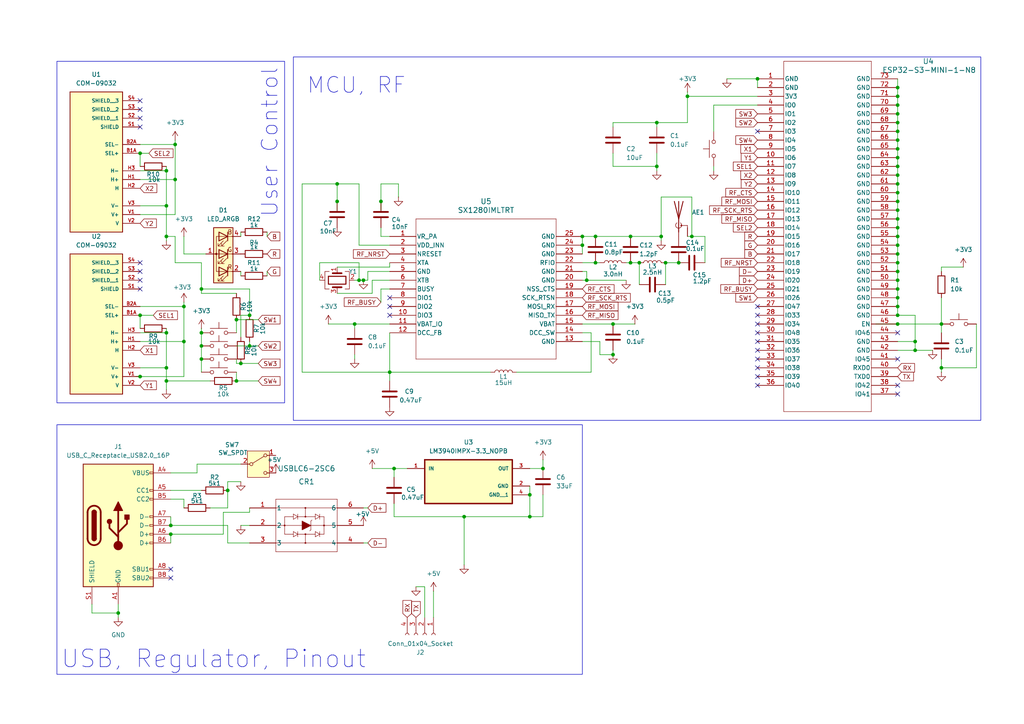
<source format=kicad_sch>
(kicad_sch (version 20231120) (generator "eeschema") (generator_version "8.0")
  (paper "A4")
  (title_block (title "Flyte Controller") (rev "v01") (company "Aryan Zafer"))
  (junction (at 260.35 93.98))
  (junction (at 97.79 53.34))
  (junction (at 260.35 25.4))
  (junction (at 58.42 104.14))
  (junction (at 72.39 91.44))
  (junction (at 172.72 76.2))
  (junction (at 48.26 96.52))
  (junction (at 97.79 58.42))
  (junction (at 170.18 81.28))
  (junction (at 260.35 30.48))
  (junction (at 157.48 135.89))
  (junction (at 48.26 59.69))
  (junction (at 193.04 76.2))
  (junction (at 190.5 35.56))
  (junction (at 104.14 81.28))
  (junction (at 66.04 142.24))
  (junction (at 68.58 92.71))
  (junction (at 260.35 83.82))
  (junction (at 58.42 83.82))
  (junction (at 260.35 68.58))
  (junction (at 273.05 93.98))
  (junction (at 102.87 93.98))
  (junction (at 114.3 135.89))
  (junction (at 190.5 48.26))
  (junction (at 260.35 27.94))
  (junction (at 260.35 78.74))
  (junction (at 260.35 73.66))
  (junction (at 260.35 55.88))
  (junction (at 48.26 110.49))
  (junction (at 260.35 71.12))
  (junction (at 50.8 52.07))
  (junction (at 260.35 53.34))
  (junction (at 260.35 76.2))
  (junction (at 265.43 99.06))
  (junction (at 168.91 71.12))
  (junction (at 260.35 91.44))
  (junction (at 49.53 154.94))
  (junction (at 50.8 41.91))
  (junction (at 260.35 35.56))
  (junction (at 182.88 76.2))
  (junction (at 260.35 45.72))
  (junction (at 48.26 49.53))
  (junction (at 153.67 143.51))
  (junction (at 260.35 88.9))
  (junction (at 260.35 48.26))
  (junction (at 68.58 110.49))
  (junction (at 177.8 93.98))
  (junction (at 182.88 68.58))
  (junction (at 199.39 27.94))
  (junction (at 40.64 109.22))
  (junction (at 172.72 68.58))
  (junction (at 185.42 76.2))
  (junction (at 134.62 149.86))
  (junction (at 260.35 58.42))
  (junction (at 260.35 38.1))
  (junction (at 273.05 106.68))
  (junction (at 196.85 76.2))
  (junction (at 177.8 102.87))
  (junction (at 69.85 105.41))
  (junction (at 105.41 81.28))
  (junction (at 260.35 81.28))
  (junction (at 113.03 107.95))
  (junction (at 260.35 40.64))
  (junction (at 260.35 63.5))
  (junction (at 58.42 100.33))
  (junction (at 219.71 22.86))
  (junction (at 191.77 68.58))
  (junction (at 48.26 106.68))
  (junction (at 110.49 58.42))
  (junction (at 168.91 68.58))
  (junction (at 48.26 68.58))
  (junction (at 53.34 99.06))
  (junction (at 72.39 100.33))
  (junction (at 260.35 33.02))
  (junction (at 265.43 101.6))
  (junction (at 260.35 86.36))
  (junction (at 260.35 66.04))
  (junction (at 40.64 44.45))
  (junction (at 260.35 43.18))
  (junction (at 49.53 152.4))
  (junction (at 260.35 60.96))
  (junction (at 153.67 149.86))
  (junction (at 34.29 177.8))
  (junction (at 40.64 91.44))
  (junction (at 58.42 96.52))
  (junction (at 260.35 50.8))
  (junction (at 200.66 68.58))
  (junction (at 53.34 88.9))
  (no_connect (at 40.64 76.2))
  (no_connect (at 219.71 111.76))
  (no_connect (at 219.71 88.9))
  (no_connect (at 113.03 86.36))
  (no_connect (at 40.64 81.28))
  (no_connect (at 260.35 114.3))
  (no_connect (at 40.64 31.75))
  (no_connect (at 40.64 83.82))
  (no_connect (at 219.71 104.14))
  (no_connect (at 219.71 93.98))
  (no_connect (at 219.71 99.06))
  (no_connect (at 40.64 78.74))
  (no_connect (at 219.71 96.52))
  (no_connect (at 260.35 111.76))
  (no_connect (at 40.64 34.29))
  (no_connect (at 219.71 106.68))
  (no_connect (at 40.64 29.21))
  (no_connect (at 113.03 88.9))
  (no_connect (at 40.64 36.83))
  (no_connect (at 49.53 167.64))
  (no_connect (at 219.71 109.22))
  (no_connect (at 49.53 165.1))
  (no_connect (at 260.35 96.52))
  (no_connect (at 260.35 104.14))
  (no_connect (at 113.03 91.44))
  (no_connect (at 219.71 101.6))
  (no_connect (at 219.71 38.1))
  (no_connect (at 219.71 91.44))
  (wire (pts (xy 102.87 95.25) (xy 102.87 93.98)))
  (wire (pts (xy 120.65 170.18) (xy 123.19 170.18)))
  (wire (pts (xy 53.34 73.66) (xy 59.69 73.66)))
  (wire (pts (xy 153.67 135.89) (xy 157.48 135.89)))
  (wire (pts (xy 157.48 133.35) (xy 157.48 135.89)))
  (wire (pts (xy 168.91 71.12) (xy 168.91 73.66)))
  (wire (pts (xy 50.8 41.91) (xy 40.64 41.91)))
  (wire (pts (xy 193.04 76.2) (xy 196.85 76.2)))
  (wire (pts (xy 177.8 48.26) (xy 190.5 48.26)))
  (wire (pts (xy 57.15 134.62) (xy 57.15 137.16)))
  (wire (pts (xy 44.45 91.44) (xy 40.64 91.44)))
  (wire (pts (xy 58.42 76.2) (xy 50.8 76.2)))
  (wire (pts (xy 173.99 102.87) (xy 177.8 102.87)))
  (wire (pts (xy 110.49 53.34) (xy 115.57 53.34)))
  (wire (pts (xy 260.35 48.26) (xy 260.35 50.8)))
  (wire (pts (xy 74.93 100.33) (xy 72.39 100.33)))
  (wire (pts (xy 123.19 170.18) (xy 123.19 179.07)))
  (wire (pts (xy 107.95 81.28) (xy 107.95 85.09)))
  (wire (pts (xy 50.8 76.2) (xy 50.8 68.58)))
  (wire (pts (xy 191.77 57.15) (xy 200.66 57.15)))
  (wire (pts (xy 64.77 154.94) (xy 64.77 148.59)))
  (wire (pts (xy 173.99 99.06) (xy 173.99 102.87)))
  (wire (pts (xy 260.35 33.02) (xy 260.35 35.56)))
  (wire (pts (xy 68.58 85.09) (xy 58.42 85.09)))
  (wire (pts (xy 106.68 78.74) (xy 113.03 78.74)))
  (wire (pts (xy 69.85 152.4) (xy 72.39 152.4)))
  (wire (pts (xy 168.91 76.2) (xy 172.72 76.2)))
  (wire (pts (xy 57.15 137.16) (xy 49.53 137.16)))
  (wire (pts (xy 283.21 106.68) (xy 273.05 106.68)))
  (wire (pts (xy 40.64 62.23) (xy 50.8 62.23)))
  (wire (pts (xy 107.95 81.28) (xy 113.03 81.28)))
  (wire (pts (xy 260.35 83.82) (xy 260.35 86.36)))
  (wire (pts (xy 199.39 27.94) (xy 219.71 27.94)))
  (wire (pts (xy 53.34 87.63) (xy 53.34 88.9)))
  (wire (pts (xy 219.71 22.86) (xy 219.71 25.4)))
  (wire (pts (xy 113.03 107.95) (xy 113.03 110.49)))
  (wire (pts (xy 260.35 86.36) (xy 260.35 88.9)))
  (wire (pts (xy 53.34 88.9) (xy 53.34 99.06)))
  (wire (pts (xy 72.39 100.33) (xy 68.58 100.33)))
  (wire (pts (xy 110.49 66.04) (xy 110.49 68.58)))
  (wire (pts (xy 273.05 86.36) (xy 273.05 93.98)))
  (wire (pts (xy 49.53 142.24) (xy 58.42 142.24)))
  (wire (pts (xy 260.35 99.06) (xy 265.43 99.06)))
  (wire (pts (xy 260.35 50.8) (xy 260.35 53.34)))
  (wire (pts (xy 110.49 83.82) (xy 110.49 87.63)))
  (wire (pts (xy 69.85 105.41) (xy 68.58 105.41)))
  (wire (pts (xy 53.34 68.58) (xy 53.34 73.66)))
  (wire (pts (xy 68.58 110.49) (xy 68.58 107.95)))
  (wire (pts (xy 66.04 139.7) (xy 66.04 142.24)))
  (wire (pts (xy 40.64 99.06) (xy 53.34 99.06)))
  (wire (pts (xy 48.26 48.26) (xy 48.26 49.53)))
  (wire (pts (xy 199.39 26.67) (xy 199.39 27.94)))
  (wire (pts (xy 68.58 92.71) (xy 68.58 96.52)))
  (wire (pts (xy 113.03 83.82) (xy 110.49 83.82)))
  (wire (pts (xy 260.35 25.4) (xy 260.35 27.94)))
  (wire (pts (xy 92.71 76.2) (xy 92.71 81.28)))
  (wire (pts (xy 265.43 99.06) (xy 265.43 101.6)))
  (wire (pts (xy 113.03 71.12) (xy 104.14 71.12)))
  (wire (pts (xy 260.35 76.2) (xy 260.35 78.74)))
  (wire (pts (xy 260.35 55.88) (xy 260.35 58.42)))
  (wire (pts (xy 265.43 91.44) (xy 260.35 91.44)))
  (wire (pts (xy 125.73 171.45) (xy 125.73 179.07)))
  (wire (pts (xy 185.42 76.2) (xy 185.42 82.55)))
  (wire (pts (xy 60.96 147.32) (xy 66.04 147.32)))
  (wire (pts (xy 102.87 81.28) (xy 104.14 81.28)))
  (wire (pts (xy 210.82 22.86) (xy 219.71 22.86)))
  (wire (pts (xy 260.35 45.72) (xy 260.35 48.26)))
  (wire (pts (xy 97.79 58.42) (xy 97.79 53.34)))
  (wire (pts (xy 177.8 93.98) (xy 168.91 93.98)))
  (wire (pts (xy 157.48 149.86) (xy 153.67 149.86)))
  (wire (pts (xy 48.26 49.53) (xy 40.64 49.53)))
  (wire (pts (xy 53.34 99.06) (xy 53.34 109.22)))
  (wire (pts (xy 199.39 68.58) (xy 200.66 68.58)))
  (wire (pts (xy 113.03 96.52) (xy 113.03 107.95)))
  (wire (pts (xy 177.8 93.98) (xy 184.15 93.98)))
  (wire (pts (xy 40.64 44.45) (xy 40.64 48.26)))
  (wire (pts (xy 270.51 101.6) (xy 265.43 101.6)))
  (wire (pts (xy 110.49 68.58) (xy 113.03 68.58)))
  (wire (pts (xy 77.47 67.31) (xy 77.47 68.58)))
  (wire (pts (xy 113.03 107.95) (xy 142.24 107.95)))
  (wire (pts (xy 114.3 146.05) (xy 114.3 149.86)))
  (wire (pts (xy 265.43 101.6) (xy 260.35 101.6)))
  (wire (pts (xy 172.72 76.2) (xy 173.99 76.2)))
  (wire (pts (xy 50.8 52.07) (xy 50.8 62.23)))
  (wire (pts (xy 260.35 53.34) (xy 260.35 55.88)))
  (wire (pts (xy 260.35 43.18) (xy 260.35 45.72)))
  (wire (pts (xy 66.04 152.4) (xy 66.04 157.48)))
  (wire (pts (xy 74.93 92.71) (xy 68.58 92.71)))
  (wire (pts (xy 74.93 105.41) (xy 69.85 105.41)))
  (wire (pts (xy 254 93.98) (xy 260.35 93.98)))
  (wire (pts (xy 97.79 60.96) (xy 97.79 58.42)))
  (wire (pts (xy 260.35 88.9) (xy 260.35 91.44)))
  (wire (pts (xy 283.21 93.98) (xy 283.21 106.68)))
  (wire (pts (xy 207.01 30.48) (xy 207.01 38.1)))
  (wire (pts (xy 64.77 148.59) (xy 72.39 148.59)))
  (wire (pts (xy 40.64 96.52) (xy 48.26 96.52)))
  (wire (pts (xy 34.29 179.07) (xy 34.29 177.8)))
  (wire (pts (xy 104.14 81.28) (xy 105.41 81.28)))
  (wire (pts (xy 104.14 76.2) (xy 104.14 81.28)))
  (wire (pts (xy 104.14 53.34) (xy 104.14 71.12)))
  (wire (pts (xy 48.26 96.52) (xy 48.26 106.68)))
  (wire (pts (xy 40.64 52.07) (xy 50.8 52.07)))
  (wire (pts (xy 177.8 35.56) (xy 177.8 36.83)))
  (wire (pts (xy 260.35 30.48) (xy 260.35 33.02)))
  (wire (pts (xy 191.77 69.85) (xy 191.77 68.58)))
  (wire (pts (xy 77.47 80.01) (xy 77.47 78.74)))
  (wire (pts (xy 260.35 35.56) (xy 260.35 38.1)))
  (wire (pts (xy 260.35 71.12) (xy 260.35 73.66)))
  (wire (pts (xy 171.45 107.95) (xy 171.45 96.52)))
  (wire (pts (xy 260.35 68.58) (xy 260.35 71.12)))
  (wire (pts (xy 87.63 107.95) (xy 113.03 107.95)))
  (wire (pts (xy 168.91 81.28) (xy 170.18 81.28)))
  (wire (pts (xy 69.85 67.31) (xy 69.85 68.58)))
  (wire (pts (xy 48.26 68.58) (xy 48.26 59.69)))
  (wire (pts (xy 172.72 68.58) (xy 182.88 68.58)))
  (wire (pts (xy 105.41 147.32) (xy 106.68 147.32)))
  (wire (pts (xy 260.35 40.64) (xy 260.35 43.18)))
  (wire (pts (xy 69.85 80.01) (xy 69.85 78.74)))
  (wire (pts (xy 260.35 81.28) (xy 260.35 83.82)))
  (wire (pts (xy 260.35 58.42) (xy 260.35 60.96)))
  (wire (pts (xy 58.42 85.09) (xy 58.42 83.82)))
  (wire (pts (xy 190.5 36.83) (xy 190.5 35.56)))
  (wire (pts (xy 50.8 41.91) (xy 50.8 52.07)))
  (wire (pts (xy 72.39 83.82) (xy 58.42 83.82)))
  (wire (pts (xy 107.95 85.09) (xy 97.79 85.09)))
  (wire (pts (xy 66.04 147.32) (xy 66.04 142.24)))
  (wire (pts (xy 97.79 53.34) (xy 87.63 53.34)))
  (wire (pts (xy 177.8 35.56) (xy 190.5 35.56)))
  (wire (pts (xy 40.64 91.44) (xy 40.64 95.25)))
  (wire (pts (xy 115.57 53.34) (xy 115.57 57.15)))
  (wire (pts (xy 113.03 77.47) (xy 113.03 76.2)))
  (wire (pts (xy 106.68 81.28) (xy 106.68 78.74)))
  (wire (pts (xy 260.35 27.94) (xy 260.35 30.48)))
  (wire (pts (xy 58.42 100.33) (xy 58.42 104.14)))
  (wire (pts (xy 102.87 93.98) (xy 113.03 93.98)))
  (wire (pts (xy 48.26 110.49) (xy 60.96 110.49)))
  (wire (pts (xy 260.35 66.04) (xy 260.35 68.58)))
  (wire (pts (xy 49.53 154.94) (xy 64.77 154.94)))
  (wire (pts (xy 149.86 107.95) (xy 171.45 107.95)))
  (wire (pts (xy 114.3 149.86) (xy 134.62 149.86)))
  (wire (pts (xy 58.42 104.14) (xy 58.42 107.95)))
  (wire (pts (xy 53.34 144.78) (xy 49.53 144.78)))
  (wire (pts (xy 193.04 76.2) (xy 193.04 82.55)))
  (wire (pts (xy 182.88 68.58) (xy 191.77 68.58)))
  (wire (pts (xy 104.14 53.34) (xy 97.79 53.34)))
  (wire (pts (xy 49.53 152.4) (xy 66.04 152.4)))
  (wire (pts (xy 26.67 177.8) (xy 34.29 177.8)))
  (wire (pts (xy 190.5 35.56) (xy 199.39 35.56)))
  (wire (pts (xy 168.91 68.58) (xy 168.91 71.12)))
  (wire (pts (xy 69.85 91.44) (xy 72.39 91.44)))
  (wire (pts (xy 40.64 59.69) (xy 48.26 59.69)))
  (wire (pts (xy 74.93 110.49) (xy 68.58 110.49)))
  (wire (pts (xy 181.61 76.2) (xy 182.88 76.2)))
  (wire (pts (xy 260.35 22.86) (xy 260.35 25.4)))
  (wire (pts (xy 43.18 44.45) (xy 40.64 44.45)))
  (wire (pts (xy 157.48 143.51) (xy 157.48 149.86)))
  (wire (pts (xy 48.26 59.69) (xy 48.26 49.53)))
  (wire (pts (xy 97.79 77.47) (xy 113.03 77.47)))
  (wire (pts (xy 72.39 148.59) (xy 72.39 147.32)))
  (wire (pts (xy 39.37 109.22) (xy 40.64 109.22)))
  (wire (pts (xy 40.64 88.9) (xy 53.34 88.9)))
  (wire (pts (xy 177.8 44.45) (xy 177.8 48.26)))
  (wire (pts (xy 87.63 53.34) (xy 87.63 107.95)))
  (wire (pts (xy 260.35 60.96) (xy 260.35 63.5)))
  (wire (pts (xy 48.26 69.85) (xy 48.26 68.58)))
  (wire (pts (xy 69.85 134.62) (xy 57.15 134.62)))
  (wire (pts (xy 50.8 68.58) (xy 48.26 68.58)))
  (wire (pts (xy 273.05 96.52) (xy 273.05 93.98)))
  (wire (pts (xy 168.91 99.06) (xy 173.99 99.06)))
  (wire (pts (xy 134.62 149.86) (xy 153.67 149.86)))
  (wire (pts (xy 58.42 83.82) (xy 58.42 76.2)))
  (wire (pts (xy 153.67 143.51) (xy 153.67 149.86)))
  (wire (pts (xy 273.05 107.95) (xy 273.05 106.68)))
  (wire (pts (xy 48.26 106.68) (xy 48.26 110.49)))
  (wire (pts (xy 171.45 96.52) (xy 168.91 96.52)))
  (wire (pts (xy 105.41 81.28) (xy 106.68 81.28)))
  (wire (pts (xy 107.95 135.89) (xy 114.3 135.89)))
  (wire (pts (xy 168.91 68.58) (xy 172.72 68.58)))
  (wire (pts (xy 102.87 104.14) (xy 102.87 102.87)))
  (wire (pts (xy 95.25 93.98) (xy 102.87 93.98)))
  (wire (pts (xy 26.67 175.26) (xy 26.67 177.8)))
  (wire (pts (xy 199.39 27.94) (xy 199.39 35.56)))
  (wire (pts (xy 260.35 78.74) (xy 260.35 81.28)))
  (wire (pts (xy 68.58 105.41) (xy 68.58 104.14)))
  (wire (pts (xy 200.66 57.15) (xy 200.66 68.58)))
  (wire (pts (xy 170.18 81.28) (xy 170.18 78.74)))
  (wire (pts (xy 260.35 63.5) (xy 260.35 66.04)))
  (wire (pts (xy 190.5 49.53) (xy 190.5 48.26)))
  (wire (pts (xy 190.5 44.45) (xy 190.5 48.26)))
  (wire (pts (xy 134.62 149.86) (xy 134.62 163.83)))
  (wire (pts (xy 49.53 149.86) (xy 49.53 152.4)))
  (wire (pts (xy 114.3 135.89) (xy 118.11 135.89)))
  (wire (pts (xy 170.18 78.74) (xy 168.91 78.74)))
  (wire (pts (xy 260.35 93.98) (xy 273.05 93.98)))
  (wire (pts (xy 40.64 109.22) (xy 53.34 109.22)))
  (wire (pts (xy 50.8 40.64) (xy 50.8 41.91)))
  (wire (pts (xy 53.34 144.78) (xy 53.34 147.32)))
  (wire (pts (xy 273.05 77.47) (xy 273.05 78.74)))
  (wire (pts (xy 219.71 30.48) (xy 207.01 30.48)))
  (wire (pts (xy 66.04 157.48) (xy 72.39 157.48)))
  (wire (pts (xy 92.71 76.2) (xy 104.14 76.2)))
  (wire (pts (xy 207.01 48.26) (xy 207.01 49.53)))
  (wire (pts (xy 110.49 53.34) (xy 110.49 58.42)))
  (wire (pts (xy 69.85 91.44) (xy 69.85 97.79)))
  (wire (pts (xy 114.3 138.43) (xy 114.3 135.89)))
  (wire (pts (xy 58.42 96.52) (xy 58.42 100.33)))
  (wire (pts (xy 72.39 91.44) (xy 72.39 83.82)))
  (wire (pts (xy 58.42 95.25) (xy 58.42 96.52)))
  (wire (pts (xy 177.8 102.87) (xy 177.8 101.6)))
  (wire (pts (xy 182.88 76.2) (xy 185.42 76.2)))
  (wire (pts (xy 181.61 81.28) (xy 170.18 81.28)))
  (wire (pts (xy 265.43 99.06) (xy 265.43 91.44)))
  (wire (pts (xy 191.77 57.15) (xy 191.77 68.58)))
  (wire (pts (xy 153.67 140.97) (xy 153.67 143.51)))
  (wire (pts (xy 48.26 95.25) (xy 48.26 96.52)))
  (wire (pts (xy 72.39 99.06) (xy 72.39 100.33)))
  (wire (pts (xy 110.49 60.96) (xy 110.49 58.42)))
  (wire (pts (xy 260.35 73.66) (xy 260.35 76.2)))
  (wire (pts (xy 105.41 157.48) (xy 106.68 157.48)))
  (wire (pts (xy 204.47 76.2) (xy 204.47 68.58)))
  (wire (pts (xy 279.4 77.47) (xy 273.05 77.47)))
  (wire (pts (xy 49.53 154.94) (xy 49.53 157.48)))
  (wire (pts (xy 69.85 139.7) (xy 66.04 139.7)))
  (wire (pts (xy 34.29 175.26) (xy 34.29 177.8)))
  (wire (pts (xy 260.35 38.1) (xy 260.35 40.64)))
  (wire (pts (xy 273.05 106.68) (xy 273.05 104.14)))
  (wire (pts (xy 48.26 110.49) (xy 48.26 113.03)))
  (wire (pts (xy 40.64 106.68) (xy 48.26 106.68)))
  (wire (pts (xy 204.47 68.58) (xy 200.66 68.58)))
  (rectangle (start 85.09 16.51) (end 284.48 121.92))
  (rectangle (start 16.51 17.78) (end 82.55 116.84))
  (rectangle (start 16.51 123.19) (end 168.91 195.58))
  (text "User Control" (at 78.232 41.402 90) (effects (font (size 4.572 4.572))))
  (text "MCU, RF" (at 103.378 24.892 0) (effects (font (size 4.572 4.572))))
  (text "USB, Regulator, Pinout" (at 61.976 191.262 0) (effects (font (size 5.08 5.08))))
  (global_label "RF_BUSY" (shape input) (at 219.71 83.82 180) (property "Intersheetrefs" "${INTERSHEET_REFS}" (effects (hide yes))))
  (global_label "TX" (shape input) (at 260.35 109.22 0) (property "Intersheetrefs" "${INTERSHEET_REFS}" (effects (hide yes))))
  (global_label "RF_SCK_RTS" (shape input) (at 219.71 60.96 180) (property "Intersheetrefs" "${INTERSHEET_REFS}" (effects (hide yes))))
  (global_label "Y2" (shape input) (at 219.71 53.34 180) (property "Intersheetrefs" "${INTERSHEET_REFS}" (effects (hide yes))))
  (global_label "G" (shape input) (at 219.71 71.12 180) (property "Intersheetrefs" "${INTERSHEET_REFS}" (effects (hide yes))))
  (global_label "SW1" (shape input) (at 219.71 86.36 180) (property "Intersheetrefs" "${INTERSHEET_REFS}" (effects (hide yes))))
  (global_label "X1" (shape input) (at 219.71 43.18 180) (property "Intersheetrefs" "${INTERSHEET_REFS}" (effects (hide yes))))
  (global_label "SEL1" (shape input) (at 44.45 91.44 0) (property "Intersheetrefs" "${INTERSHEET_REFS}" (effects (hide yes))))
  (global_label "D-" (shape input) (at 219.71 78.74 180) (property "Intersheetrefs" "${INTERSHEET_REFS}" (effects (hide yes))))
  (global_label "D-" (shape input) (at 106.68 157.48 0) (property "Intersheetrefs" "${INTERSHEET_REFS}" (effects (hide yes))))
  (global_label "SW3" (shape input) (at 74.93 105.41 0) (property "Intersheetrefs" "${INTERSHEET_REFS}" (effects (hide yes))))
  (global_label "R" (shape input) (at 77.47 73.66 0) (property "Intersheetrefs" "${INTERSHEET_REFS}" (effects (hide yes))))
  (global_label "B" (shape input) (at 77.47 68.58 0) (property "Intersheetrefs" "${INTERSHEET_REFS}" (effects (hide yes))))
  (global_label "R" (shape input) (at 219.71 68.58 180) (property "Intersheetrefs" "${INTERSHEET_REFS}" (effects (hide yes))))
  (global_label "X2" (shape input) (at 219.71 50.8 180) (property "Intersheetrefs" "${INTERSHEET_REFS}" (effects (hide yes))))
  (global_label "X1" (shape input) (at 40.64 101.6 0) (property "Intersheetrefs" "${INTERSHEET_REFS}" (effects (hide yes))))
  (global_label "D+" (shape input) (at 106.68 147.32 0) (property "Intersheetrefs" "${INTERSHEET_REFS}" (effects (hide yes))))
  (global_label "Y1" (shape input) (at 219.71 45.72 180) (property "Intersheetrefs" "${INTERSHEET_REFS}" (effects (hide yes))))
  (global_label "RF_MISO" (shape input) (at 168.91 91.44 0) (property "Intersheetrefs" "${INTERSHEET_REFS}" (effects (hide yes))))
  (global_label "G" (shape input) (at 77.47 78.74 0) (property "Intersheetrefs" "${INTERSHEET_REFS}" (effects (hide yes))))
  (global_label "SW1" (shape input) (at 74.93 92.71 0) (property "Intersheetrefs" "${INTERSHEET_REFS}" (effects (hide yes))))
  (global_label "RF_SCK_RTS" (shape input) (at 168.91 86.36 0) (property "Intersheetrefs" "${INTERSHEET_REFS}" (effects (hide yes))))
  (global_label "RF_MOSI" (shape input) (at 219.71 58.42 180) (property "Intersheetrefs" "${INTERSHEET_REFS}" (effects (hide yes))))
  (global_label "SEL1" (shape input) (at 219.71 48.26 180) (property "Intersheetrefs" "${INTERSHEET_REFS}" (effects (hide yes))))
  (global_label "RF_NRST" (shape input) (at 113.03 73.66 180) (property "Intersheetrefs" "${INTERSHEET_REFS}" (effects (hide yes))))
  (global_label "D+" (shape input) (at 219.71 81.28 180) (property "Intersheetrefs" "${INTERSHEET_REFS}" (effects (hide yes))))
  (global_label "RF_NRST" (shape input) (at 219.71 76.2 180) (property "Intersheetrefs" "${INTERSHEET_REFS}" (effects (hide yes))))
  (global_label "SW3" (shape input) (at 219.71 33.02 180) (property "Intersheetrefs" "${INTERSHEET_REFS}" (effects (hide yes))))
  (global_label "B" (shape input) (at 219.71 73.66 180) (property "Intersheetrefs" "${INTERSHEET_REFS}" (effects (hide yes))))
  (global_label "SW2" (shape input) (at 219.71 35.56 180) (property "Intersheetrefs" "${INTERSHEET_REFS}" (effects (hide yes))))
  (global_label "RX" (shape input) (at 260.35 106.68 0) (property "Intersheetrefs" "${INTERSHEET_REFS}" (effects (hide yes))))
  (global_label "SW4" (shape input) (at 219.71 40.64 180) (property "Intersheetrefs" "${INTERSHEET_REFS}" (effects (hide yes))))
  (global_label "Y2" (shape input) (at 40.64 64.77 0) (property "Intersheetrefs" "${INTERSHEET_REFS}" (effects (hide yes))))
  (global_label "RF_CTS" (shape input) (at 168.91 83.82 0) (property "Intersheetrefs" "${INTERSHEET_REFS}" (effects (hide yes))))
  (global_label "TX" (shape input) (at 120.65 179.07 90) (property "Intersheetrefs" "${INTERSHEET_REFS}" (effects (hide yes))))
  (global_label "SW2" (shape input) (at 74.93 100.33 0) (property "Intersheetrefs" "${INTERSHEET_REFS}" (effects (hide yes))))
  (global_label "RF_MISO" (shape input) (at 219.71 63.5 180) (property "Intersheetrefs" "${INTERSHEET_REFS}" (effects (hide yes))))
  (global_label "SW4" (shape input) (at 74.93 110.49 0) (property "Intersheetrefs" "${INTERSHEET_REFS}" (effects (hide yes))))
  (global_label "SEL2" (shape input) (at 219.71 66.04 180) (property "Intersheetrefs" "${INTERSHEET_REFS}" (effects (hide yes))))
  (global_label "RX" (shape input) (at 118.11 179.07 90) (property "Intersheetrefs" "${INTERSHEET_REFS}" (effects (hide yes))))
  (global_label "Y1" (shape input) (at 40.64 111.76 0) (property "Intersheetrefs" "${INTERSHEET_REFS}" (effects (hide yes))))
  (global_label "RF_MOSI" (shape input) (at 168.91 88.9 0) (property "Intersheetrefs" "${INTERSHEET_REFS}" (effects (hide yes))))
  (global_label "SEL2" (shape input) (at 43.18 44.45 0) (property "Intersheetrefs" "${INTERSHEET_REFS}" (effects (hide yes))))
  (global_label "X2" (shape input) (at 40.64 54.61 0) (property "Intersheetrefs" "${INTERSHEET_REFS}" (effects (hide yes))))
  (global_label "RF_CTS" (shape input) (at 219.71 55.88 180) (property "Intersheetrefs" "${INTERSHEET_REFS}" (effects (hide yes))))
  (global_label "RF_BUSY" (shape input) (at 110.49 87.63 180) (property "Intersheetrefs" "${INTERSHEET_REFS}" (effects (hide yes))))
  (symbol (lib_id "power:GND") (at 191.77 69.85 0) (unit 1)
    (property "Reference" "#PWR031" (effects (hide yes)))
    (property "Value" "GND" (effects (hide yes)))
    (property "Description" "Power symbol creates a global label with name \"GND\" , ground" (effects (hide yes)))
  )
  (symbol (lib_id "Device:LED_ARGB") (at 64.77 73.66 180) (unit 1)
    (property "Reference" "D1" (at 64.77 60.96 0))
    (property "Value" "LED_ARGB" (at 64.77 63.5 0))
    (property "Footprint" "IN-S128TATRGB:LED_TATRGB_INL" (effects (hide yes)))
    (property "Datasheet" "https://www.inolux-corp.com/datasheet/SMDLED/RGB%20Top%20View/IN-S128TATRGB_V1.0.pdf" (effects (hide yes)))
    (property "Description" "IN-S128TATRGB" (effects (hide yes)))
  )
  (symbol (lib_id "Device:R") (at 64.77 110.49 90) (unit 1)
    (property "Reference" "R5" (at 64.77 112.522 90))
    (property "Value" "10k" (at 64.77 114.3 90))
    (property "Footprint" "rest 10k:RC0402N_YAG" (effects (hide yes)))
    (property "Datasheet" "https://www.yageo.com/upload/media/product/products/datasheet/rchip/PYu-RC_Group_51_RoHS_L_12.pdf" (effects (hide yes)))
    (property "Description" "RC0402JR-0710KL" (effects (hide yes)))
  )
  (symbol (lib_id "Device:C") (at 97.79 62.23 0) (unit 1)
    (property "Reference" "C7" (at 93.726 64.77 0) (effects (justify left)))
    (property "Value" "10nF" (at 92.71 67.056 0) (effects (justify left)))
    (property "Footprint" "cap 10uF 4v:CAPC1005X70N" (effects (hide yes)))
    (property "Datasheet" "https://connect.kemet.com:7667/gateway/IntelliData-ComponentDocumentation/1.0/download/datasheet/C1206C103J8HACAUTO" (effects (hide yes)))
    (property "Description" "C1206C103J8HACAUTO" (effects (hide yes)))
  )
  (symbol (lib_id "power:GND") (at 210.82 22.86 0) (unit 1)
    (property "Reference" "#PWR011" (effects (hide yes)))
    (property "Value" "GND" (effects (hide yes)))
    (property "Description" "Power symbol creates a global label with name \"GND\" , ground" (effects (hide yes)))
  )
  (symbol (lib_id "SX1280IMLTRT:SX1280IMLTRT") (at 113.03 68.58 0) (unit 1)
    (property "Reference" "U5" (at 140.97 58.42 0) (effects (font (size 1.524 1.524))))
    (property "Value" "SX1280IMLTRT" (at 140.97 60.96 0) (effects (font (size 1.524 1.524))))
    (property "Footprint" "QFN24_4X4_SEM" (effects (hide yes)))
    (property "Datasheet" "https://www.micro-semiconductor.com/datasheet/b4-SX1281IMLTRT.pdf" (effects (hide yes)))
    (property "Description" "SX1280IMLTRT" (effects (hide yes)))
  )
  (symbol (lib_id "power:GND") (at 177.8 102.87 0) (unit 1)
    (property "Reference" "#PWR033" (effects (hide yes)))
    (property "Value" "GND" (effects (hide yes)))
    (property "Description" "Power symbol creates a global label with name \"GND\" , ground" (effects (hide yes)))
  )
  (symbol (lib_id "Switch:SW_Push") (at 207.01 43.18 90) (unit 1)
    (property "Reference" "SW6" (effects (hide yes)))
    (property "Value" "SW_Push" (effects (hide yes)))
    (property "Footprint" "Button_Switch_SMD:SW_Tactile_SPST_NO_Straight_CK_PTS636Sx25SMTRLFS" (effects (hide yes)))
    (property "Datasheet" "https://www.ckswitches.com/media/2779/pts636.pdf" (effects (hide yes)))
    (property "Description" "CKN12322-2-ND" (effects (hide yes)))
  )
  (symbol (lib_id "Device:R") (at 44.45 95.25 270) (unit 1)
    (property "Reference" "R9" (at 44.45 97.536 90))
    (property "Value" "10k" (at 44.704 99.06 90))
    (property "Footprint" "rest 10k:RC0402N_YAG" (effects (hide yes)))
    (property "Datasheet" "https://www.yageo.com/upload/media/product/products/datasheet/rchip/PYu-RC_Group_51_RoHS_L_12.pdf" (effects (hide yes)))
    (property "Description" "RC0402JR-0710KL" (effects (hide yes)))
  )
  (symbol (lib_id "LM3940IMPX-3.3_NOPB:LM3940IMPX-3.3_NOPB") (at 135.89 138.43 0) (unit 1)
    (property "Reference" "U3" (at 135.89 128.27 0))
    (property "Value" "LM3940IMPX-3.3_NOPB" (at 135.89 130.81 0))
    (property "Footprint" "LM3940IMPX_3_3_NOPB:SOT230P700X180-4N" (effects (hide yes)))
    (property "Datasheet" "https://www.ti.com/lit/ds/symlink/lm3940.pdf" (effects (hide yes)))
    (property "Description" "LM3940IMPX-3.3_NOPB" (effects (hide yes)))
  )
  (symbol (lib_id "power:GND") (at 270.51 101.6 0) (unit 1)
    (property "Reference" "#PWR010" (effects (hide yes)))
    (property "Value" "GND" (effects (hide yes)))
    (property "Description" "Power symbol creates a global label with name \"GND\" , ground" (effects (hide yes)))
  )
  (symbol (lib_id "Switch:SW_Push") (at 63.5 107.95 0) (unit 1)
    (property "Reference" "SW4" (effects (hide yes)))
    (property "Value" "SW_Push" (effects (hide yes)))
    (property "Footprint" "Button_Switch_THT:SW_PUSH_6mm_H4.3mm" (effects (hide yes)))
    (property "Description" "Push button switch, generic, two pins" (effects (hide yes)))
  )
  (symbol (lib_id "power:+3V3") (at 157.48 133.35 0) (unit 1)
    (property "Reference" "#PWR020" (effects (hide yes)))
    (property "Value" "+3V3" (at 157.48 128.27 0))
    (property "Description" "Power symbol creates a global label with name \"+3V3\"" (effects (hide yes)))
  )
  (symbol (lib_id "Device:Antenna_Shield") (at 196.85 63.5 0) (unit 1)
    (property "Reference" "AE1" (at 200.66 61.5949 0) (effects (justify left)))
    (property "Value" "Antenna_Shield" (effects (hide yes)))
    (property "Footprint" "SMA female:CINCH_142-0701-801" (effects (hide yes)))
    (property "Datasheet" "https://www.belfuse.com/resources/productinformations/cinchconnectivitysolutions/johnson/pi-ccs-john-142-0701-801.pdf" (effects (hide yes)))
    (property "Description" "142-0701-801" (effects (hide yes)))
  )
  (symbol (lib_id "power:GND") (at 102.87 104.14 0) (unit 1)
    (property "Reference" "#PWR028" (effects (hide yes)))
    (property "Value" "GND" (effects (hide yes)))
    (property "Description" "Power symbol creates a global label with name \"GND\" , ground" (effects (hide yes)))
  )
  (symbol (lib_id "power:GND") (at 273.05 107.95 0) (unit 1)
    (property "Reference" "#PWR09" (effects (hide yes)))
    (property "Value" "GND" (effects (hide yes)))
    (property "Description" "Power symbol creates a global label with name \"GND\" , ground" (effects (hide yes)))
  )
  (symbol (lib_id "power:+5V") (at 125.73 171.45 0) (unit 1)
    (property "Reference" "#PWR021" (effects (hide yes)))
    (property "Value" "+5V" (at 125.73 166.37 0))
    (property "Description" "Power symbol creates a global label with name \"+5V\"" (effects (hide yes)))
  )
  (symbol (lib_id "power:+3V3") (at 50.8 40.64 0) (unit 1)
    (property "Reference" "#PWR013" (effects (hide yes)))
    (property "Value" "+3V3" (at 50.8 35.56 0))
    (property "Description" "Power symbol creates a global label with name \"+3V3\"" (effects (hide yes)))
  )
  (symbol (lib_id "Device:C") (at 177.8 97.79 0) (unit 1)
    (property "Reference" "C10" (at 181.61 96.5199 0) (effects (justify left)))
    (property "Value" "0.1uF" (at 181.61 99.0599 0) (effects (justify left)))
    (property "Footprint" "cap 0.1uF 4v:CAPC0402X22N" (effects (hide yes)))
    (property "Datasheet" "https://search.murata.co.jp/Ceramy/image/img/A01X/G101/ENG/GRM022D80G104ME15-01.pdf" (effects (hide yes)))
    (property "Description" "GRM022D80G104ME15L" (effects (hide yes)))
  )
  (symbol (lib_id "Device:R") (at 62.23 142.24 270) (unit 1)
    (property "Reference" "R2" (at 62.23 138.43 90))
    (property "Value" "5k1" (at 62.23 140.208 90))
    (property "Footprint" "rest 5k1:RES_TNPW0402_VIS" (effects (hide yes)))
    (property "Datasheet" "https://www.yageo.com/upload/media/product/products/datasheet/rchip/PYu-RC_Group_51_RoHS_L_12.pdf" (effects (hide yes)))
    (property "Description" "RC0603FR-075K1L" (effects (hide yes)))
  )
  (symbol (lib_id "Device:C") (at 157.48 139.7 0) (unit 1)
    (property "Reference" "C6" (at 161.29 138.4299 0) (effects (justify left)))
    (property "Value" "33uF" (at 161.29 140.9699 0) (effects (justify left)))
    (property "Footprint" "cap 33uF 4v:CAP_C1005_TDK" (effects (hide yes)))
    (property "Datasheet" "https://product.tdk.com/system/files/dam/doc/product/capacitor/ceramic/mlcc/catalog/mlcc_commercial_general_en.pdf" (effects (hide yes)))
    (property "Description" "C1005X6S0G334K050BB" (effects (hide yes)))
  )
  (symbol (lib_id "USBLC6_2SC6:USBLC6-2SC6") (at 72.39 147.32 0) (unit 1)
    (property "Reference" "CR1" (at 88.9 139.7 0) (effects (font (size 1.524 1.524))))
    (property "Value" "USBLC6-2SC6" (at 88.9 135.89 0) (effects (font (size 1.524 1.524))))
    (property "Footprint" "SOT23-6L_STM" (effects (hide yes)))
    (property "Datasheet" "USBLC6-2SC6" (effects (hide yes)))
    (property "Description" "USBLC6-2SC6" (effects (hide yes)))
  )
  (symbol (lib_id "power:GND") (at 34.29 179.07 0) (unit 1)
    (property "Reference" "#PWR02" (effects (hide yes)))
    (property "Value" "GND" (at 34.29 184.15 0))
    (property "Description" "Power symbol creates a global label with name \"GND\" , ground" (effects (hide yes)))
  )
  (symbol (lib_id "Device:C") (at 196.85 72.39 0) (unit 1)
    (property "Reference" "C14" (at 198.882 70.358 0) (effects (justify left)))
    (property "Value" "0.1uF" (at 198.882 72.136 0) (effects (justify left)))
    (property "Footprint" "cap 0.1uF 4v:CAPC0402X22N" (effects (hide yes)))
    (property "Datasheet" "https://search.murata.co.jp/Ceramy/image/img/A01X/G101/ENG/GRM022D80G104ME15-01.pdf" (effects (hide yes)))
    (property "Description" "GRM022D80G104ME15L" (effects (hide yes)))
  )
  (symbol (lib_id "Device:R") (at 68.58 88.9 180) (unit 1)
    (property "Reference" "R6" (at 70.612 88.9 90))
    (property "Value" "10k" (at 72.39 88.9 90))
    (property "Footprint" "rest 10k:RC0402N_YAG" (effects (hide yes)))
    (property "Datasheet" "https://www.yageo.com/upload/media/product/products/datasheet/rchip/PYu-RC_Group_51_RoHS_L_12.pdf" (effects (hide yes)))
    (property "Description" "RC0402JR-0710KL" (effects (hide yes)))
  )
  (symbol (lib_id "Device:R") (at 73.66 73.66 270) (unit 1)
    (property "Reference" "R4" (at 73.66 70.358 90))
    (property "Value" "1k" (at 73.66 71.628 90))
    (property "Footprint" "rest 1k:RC0402N_YAG" (effects (hide yes)))
    (property "Datasheet" "https://www.yageo.com/upload/media/product/products/datasheet/rchip/PYu-RC_Group_51_RoHS_L_12.pdf" (effects (hide yes)))
    (property "Description" "RC0402JR-071KL" (effects (hide yes)))
  )
  (symbol (lib_id "COM-09032:COM-09032") (at 27.94 99.06 180) (unit 1)
    (property "Reference" "U2" (at 27.94 68.58 0))
    (property "Value" "COM-09032" (at 27.94 71.12 0))
    (property "Footprint" "COM_09032:XDCR_COM-09032" (effects (hide yes)))
    (property "Datasheet" "https://mm.digikey.com/Volume0/opasdata/d220001/medias/docus/2339/COM-09032_Web.pdf" (effects (hide yes)))
    (property "Description" "COM-09032" (effects (hide yes)))
    (property "PARTREV" "N/A" (effects (hide yes)))
    (property "STANDARD" "Manufacturer Recommendations" (effects (hide yes)))
    (property "MAXIMUM_PACKAGE_HEIGHT" "30.1mm" (effects (hide yes)))
    (property "MANUFACTURER" "SparkFun Electronics" (effects (hide yes)))
  )
  (symbol (lib_id "Device:C") (at 200.66 76.2 270) (unit 1)
    (property "Reference" "C15" (at 200.914 79.756 90) (effects (justify left)))
    (property "Value" "1.2pF" (at 200.914 81.534 90) (effects (justify left)))
    (property "Footprint" "cap 1.2pF 50v:G-155_MUR" (effects (hide yes)))
    (property "Datasheet" "https://search.murata.co.jp/Ceramy/image/img/A01X/G101/ENG/GRM1555C1H1R2BA01-01.pdf" (effects (hide yes)))
    (property "Description" "GRM1555C1H1R2BA01D" (effects (hide yes)))
  )
  (symbol (lib_id "Device:C") (at 110.49 62.23 0) (unit 1)
    (property "Reference" "C4" (at 113.538 63.754 0) (effects (justify left)))
    (property "Value" "10nF" (at 113.538 65.786 0) (effects (justify left)))
    (property "Footprint" "cap 10uF 4v:CAPC1005X70N" (effects (hide yes)))
    (property "Datasheet" "https://connect.kemet.com:7667/gateway/IntelliData-ComponentDocumentation/1.0/download/datasheet/C1206C103J8HACAUTO" (effects (hide yes)))
    (property "Description" "C1206C103J8HACAUTO" (effects (hide yes)))
  )
  (symbol (lib_id "power:+3V3") (at 95.25 93.98 0) (unit 1)
    (property "Reference" "#PWR026" (effects (hide yes)))
    (property "Value" "+3V3" (at 95.25 88.9 0))
    (property "Description" "Power symbol creates a global label with name \"+3V3\"" (effects (hide yes)))
  )
  (symbol (lib_id "Device:C") (at 102.87 99.06 0) (unit 1)
    (property "Reference" "C8" (at 106.68 97.7899 0) (effects (justify left)))
    (property "Value" "0.1uF" (at 106.68 100.3299 0) (effects (justify left)))
    (property "Footprint" "cap 0.1uF 4v:CAPC0402X22N" (effects (hide yes)))
    (property "Datasheet" "https://search.murata.co.jp/Ceramy/image/img/A01X/G101/ENG/GRM022D80G104ME15-01.pdf" (effects (hide yes)))
    (property "Description" "GRM022D80G104ME15L" (effects (hide yes)))
  )
  (symbol (lib_id "Connector:Conn_01x04_Socket") (at 123.19 184.15 270) (unit 1)
    (property "Reference" "J2" (at 121.92 189.23 90))
    (property "Value" "Conn_01x04_Socket" (at 121.92 186.69 90))
    (property "Footprint" "Connector_PinHeader_1.00mm:PinHeader_1x04_P1.00mm_Horizontal" (effects (hide yes)))
    (property "Description" "Generic connector, single row, 01x04, script generated" (effects (hide yes)))
  )
  (symbol (lib_id "Device:C") (at 114.3 142.24 0) (unit 1)
    (property "Reference" "C5" (at 117.856 141.986 0) (effects (justify left)))
    (property "Value" "0.47uF" (at 116.332 144.272 0) (effects (justify left)))
    (property "Footprint" "cap 0.47uF 6.3v:CAP_CL05_SAM" (effects (hide yes)))
    (property "Datasheet" "https://mm.digikey.com/Volume0/opasdata/d220001/medias/docus/2783/CL05A474KQ5NNNC_Spec.pdf" (effects (hide yes)))
    (property "Description" "CL05A474KQ5NNNC" (effects (hide yes)))
  )
  (symbol (lib_id "Device:R") (at 273.05 82.55 0) (unit 1)
    (property "Reference" "R1" (at 275.59 81.2799 0) (effects (justify left)))
    (property "Value" "10k" (at 275.59 83.8199 0) (effects (justify left)))
    (property "Footprint" "rest 10k:RC0402N_YAG" (effects (hide yes)))
    (property "Datasheet" "https://www.yageo.com/upload/media/product/products/datasheet/rchip/PYu-RC_Group_51_RoHS_L_12.pdf" (effects (hide yes)))
    (property "Description" "RC0402JR-0710KL" (effects (hide yes)))
  )
  (symbol (lib_id "Switch:SW_Push") (at 63.5 100.33 0) (unit 1)
    (property "Reference" "SW2" (effects (hide yes)))
    (property "Value" "SW_Push" (effects (hide yes)))
    (property "Footprint" "Button_Switch_THT:SW_PUSH_6mm_H4.3mm" (effects (hide yes)))
    (property "Description" "Push button switch, generic, two pins" (effects (hide yes)))
  )
  (symbol (lib_id "Switch:SW_Push") (at 63.5 104.14 0) (unit 1)
    (property "Reference" "SW3" (effects (hide yes)))
    (property "Value" "SW_Push" (effects (hide yes)))
    (property "Footprint" "Button_Switch_THT:SW_PUSH_6mm_H4.3mm" (effects (hide yes)))
    (property "Description" "Push button switch, generic, two pins" (effects (hide yes)))
  )
  (symbol (lib_id "power:GND") (at 115.57 57.15 0) (unit 1)
    (property "Reference" "#PWR024" (effects (hide yes)))
    (property "Value" "GND" (effects (hide yes)))
    (property "Description" "Power symbol creates a global label with name \"GND\" , ground" (effects (hide yes)))
  )
  (symbol (lib_id "power:+3V3") (at 199.39 26.67 0) (unit 1)
    (property "Reference" "#PWR05" (effects (hide yes)))
    (property "Value" "+3V3" (at 199.39 22.86 0))
    (property "Description" "Power symbol creates a global label with name \"+3V3\"" (effects (hide yes)))
  )
  (symbol (lib_id "ESP32_S3_MINI_1_N8:ESP32-S3-MINI-1-N8") (at 219.71 22.86 0) (unit 1)
    (property "Reference" "U4" (at 269.24 17.78 0) (effects (font (size 1.524 1.524))))
    (property "Value" "ESP32-S3-MINI-1-N8" (at 269.494 20.32 0) (effects (font (size 1.524 1.524))))
    (property "Footprint" "ESP32-S3-MINI-1_EXP" (effects (hide yes)))
    (property "Datasheet" "https://www.espressif.com/sites/default/files/documentation/esp32-s3-mini-1_mini-1u_datasheet_en.pdf" (effects (hide yes)))
    (property "Description" "ESP32-S3-MINI-1-N8" (effects (hide yes)))
  )
  (symbol (lib_id "Switch:SW_Push") (at 278.13 93.98 0) (unit 1)
    (property "Reference" "SW5" (effects (hide yes)))
    (property "Value" "SW_Push" (effects (hide yes)))
    (property "Footprint" "Button_Switch_SMD:SW_Tactile_SPST_NO_Straight_CK_PTS636Sx25SMTRLFS" (effects (hide yes)))
    (property "Datasheet" "https://www.ckswitches.com/media/2779/pts636.pdf" (effects (hide yes)))
    (property "Description" "CKN12322-2-ND" (effects (hide yes)))
  )
  (symbol (lib_id "Device:R") (at 73.66 80.01 270) (unit 1)
    (property "Reference" "R11" (at 73.66 76.2 90))
    (property "Value" "1k" (at 73.66 77.978 90))
    (property "Footprint" "rest 1k:RC0402N_YAG" (effects (hide yes)))
    (property "Datasheet" "https://www.yageo.com/upload/media/product/products/datasheet/rchip/PYu-RC_Group_51_RoHS_L_12.pdf" (effects (hide yes)))
    (property "Description" "RC0402JR-071KL" (effects (hide yes)))
  )
  (symbol (lib_id "power:GND") (at 69.85 152.4 0) (unit 1)
    (property "Reference" "#PWR015" (effects (hide yes)))
    (property "Value" "GND" (effects (hide yes)))
    (property "Description" "Power symbol creates a global label with name \"GND\" , ground" (effects (hide yes)))
  )
  (symbol (lib_id "Device:C") (at 177.8 40.64 0) (unit 1)
    (property "Reference" "C2" (at 181.61 43.1799 0) (effects (justify left)))
    (property "Value" "10uF" (at 181.61 45.7199 0) (effects (justify left)))
    (property "Footprint" "cap 10uF 4v:CAPC1005X70N" (effects (hide yes)))
    (property "Datasheet" "https://search.murata.co.jp/Ceramy/image/img/A01X/G101/ENG/GRM155R60G106ME01-01A.pdf" (effects (hide yes)))
    (property "Description" "GRM155R60G106ME01D" (effects (hide yes)))
  )
  (symbol (lib_id "power:+5V") (at 107.95 135.89 0) (unit 1)
    (property "Reference" "#PWR018" (effects (hide yes)))
    (property "Value" "+5V" (at 107.95 130.81 0))
    (property "Description" "Power symbol creates a global label with name \"+5V\"" (effects (hide yes)))
  )
  (symbol (lib_id "power:GND") (at 113.03 118.11 0) (unit 1)
    (property "Reference" "#PWR030" (effects (hide yes)))
    (property "Value" "GND" (effects (hide yes)))
    (property "Description" "Power symbol creates a global label with name \"GND\" , ground" (effects (hide yes)))
  )
  (symbol (lib_id "Device:L") (at 146.05 107.95 90) (unit 1)
    (property "Reference" "L1" (at 146.05 109.22 90))
    (property "Value" "15uH" (at 146.05 110.998 90))
    (property "Footprint" "ind 15uH 250mA 950ohm:IND_2012_TDK" (effects (hide yes)))
    (property "Datasheet" "https://product.tdk.com/en/system/files?file=dam/doc/product/inductor/inductor/smd/catalog/inductor_commercial_decoupling_mlz2012_en.pdf" (effects (hide yes)))
    (property "Description" "MLZ2012M150WT000" (effects (hide yes)))
  )
  (symbol (lib_id "Switch:SW_Push") (at 63.5 96.52 0) (unit 1)
    (property "Reference" "SW1" (effects (hide yes)))
    (property "Value" "SW_Push" (effects (hide yes)))
    (property "Footprint" "Button_Switch_THT:SW_PUSH_6mm_H4.3mm" (effects (hide yes)))
    (property "Description" "Push button switch, generic, two pins" (effects (hide yes)))
  )
  (symbol (lib_id "power:GND") (at 190.5 49.53 0) (unit 1)
    (property "Reference" "#PWR01" (effects (hide yes)))
    (property "Value" "GND" (effects (hide yes)))
    (property "Description" "Power symbol creates a global label with name \"GND\" , ground" (effects (hide yes)))
  )
  (symbol (lib_id "power:GND") (at 48.26 113.03 0) (unit 1)
    (property "Reference" "#PWR04" (effects (hide yes)))
    (property "Value" "GND" (effects (hide yes)))
    (property "Description" "Power symbol creates a global label with name \"GND\" , ground" (effects (hide yes)))
  )
  (symbol (lib_id "power:GND") (at 105.41 81.28 0) (unit 1)
    (property "Reference" "#PWR025" (effects (hide yes)))
    (property "Value" "GND" (effects (hide yes)))
    (property "Description" "Power symbol creates a global label with name \"GND\" , ground" (effects (hide yes)))
  )
  (symbol (lib_id "power:GND") (at 181.61 81.28 0) (unit 1)
    (property "Reference" "#PWR027" (effects (hide yes)))
    (property "Value" "GND" (effects (hide yes)))
    (property "Description" "Power symbol creates a global label with name \"GND\" , ground" (effects (hide yes)))
  )
  (symbol (lib_id "power:+3V3") (at 184.15 93.98 0) (unit 1)
    (property "Reference" "#PWR032" (effects (hide yes)))
    (property "Value" "+3V3" (at 184.15 88.9 0))
    (property "Description" "Power symbol creates a global label with name \"+3V3\"" (effects (hide yes)))
  )
  (symbol (lib_id "Device:C") (at 190.5 40.64 0) (unit 1)
    (property "Reference" "C1" (at 194.31 39.3699 0) (effects (justify left)))
    (property "Value" "0.1uF" (at 194.31 41.9099 0) (effects (justify left)))
    (property "Footprint" "cap 0.1uF 4v:CAPC0402X22N" (effects (hide yes)))
    (property "Datasheet" "https://search.murata.co.jp/Ceramy/image/img/A01X/G101/ENG/GRM022D80G104ME15-01.pdf" (effects (hide yes)))
    (property "Description" "GRM022D80G104ME15L" (effects (hide yes)))
  )
  (symbol (lib_id "power:+3V3") (at 53.34 87.63 0) (unit 1)
    (property "Reference" "#PWR06" (effects (hide yes)))
    (property "Value" "+3V3" (at 52.832 83.312 0))
    (property "Description" "Power symbol creates a global label with name \"+3V3\"" (effects (hide yes)))
  )
  (symbol (lib_id "power:GND") (at 48.26 69.85 0) (unit 1)
    (property "Reference" "#PWR07" (effects (hide yes)))
    (property "Value" "GND" (effects (hide yes)))
    (property "Description" "Power symbol creates a global label with name \"GND\" , ground" (effects (hide yes)))
  )
  (symbol (lib_id "power:+3V3") (at 58.42 95.25 0) (unit 1)
    (property "Reference" "#PWR012" (effects (hide yes)))
    (property "Value" "+3V3" (at 58.42 90.17 0))
    (property "Description" "Power symbol creates a global label with name \"+3V3\"" (effects (hide yes)))
  )
  (symbol (lib_id "power:+5V") (at 80.01 137.16 0) (unit 1)
    (property "Reference" "#PWR016" (effects (hide yes)))
    (property "Value" "+5V" (at 79.502 133.35 0))
    (property "Description" "Power symbol creates a global label with name \"+5V\"" (effects (hide yes)))
  )
  (symbol (lib_id "Device:L") (at 189.23 76.2 90) (unit 1)
    (property "Reference" "L3" (at 189.23 77.216 90))
    (property "Value" "2.5nH" (at 189.23 78.994 90))
    (property "Footprint" "ind 2.5nH:INDC1006X60N" (effects (hide yes)))
    (property "Datasheet" "https://search.murata.co.jp/Ceramy/image/img/P02/JELF243A-0050.pdf" (effects (hide yes)))
    (property "Description" "LQW15AN2N5C00D" (effects (hide yes)))
  )
  (symbol (lib_id "Connector:USB_C_Receptacle_USB2.0_16P") (at 34.29 152.4 0) (unit 1)
    (property "Reference" "J1" (at 34.29 129.54 0))
    (property "Value" "USB_C_Receptacle_USB2.0_16P" (at 34.29 132.08 0))
    (property "Footprint" "Connector_USB:USB_C_Receptacle_GCT_USB4105-xx-A_16P_TopMnt_Horizontal" (effects (hide yes)))
    (property "Datasheet" "https://www.usb.org/sites/default/files/documents/usb_type-c.zip" (effects (hide yes)))
    (property "Description" "USB4105-GF-A-120" (effects (hide yes)))
  )
  (symbol (lib_id "Device:C") (at 113.03 114.3 0) (unit 1)
    (property "Reference" "C9" (at 117.348 113.538 0) (effects (justify left)))
    (property "Value" "0.47uF" (at 115.824 116.078 0) (effects (justify left)))
    (property "Footprint" "cap 0.47uF 6.3v:CAP_CL05_SAM" (effects (hide yes)))
    (property "Datasheet" "https://mm.digikey.com/Volume0/opasdata/d220001/medias/docus/2783/CL05A474KQ5NNNC_Spec.pdf" (effects (hide yes)))
    (property "Description" "CL05A474KQ5NNNC" (effects (hide yes)))
  )
  (symbol (lib_id "Device:R") (at 72.39 95.25 180) (unit 1)
    (property "Reference" "R7" (at 74.422 95.25 90))
    (property "Value" "10k" (at 76.2 95.25 90))
    (property "Footprint" "rest 10k:RC0402N_YAG" (effects (hide yes)))
    (property "Datasheet" "https://www.yageo.com/upload/media/product/products/datasheet/rchip/PYu-RC_Group_51_RoHS_L_12.pdf" (effects (hide yes)))
    (property "Description" "RC0402JR-0710KL" (effects (hide yes)))
  )
  (symbol (lib_id "power:+3V3") (at 279.4 77.47 0) (unit 1)
    (property "Reference" "#PWR08" (effects (hide yes)))
    (property "Value" "+3V3" (at 279.4 72.39 0))
    (property "Description" "Power symbol creates a global label with name \"+3V3\"" (effects (hide yes)))
  )
  (symbol (lib_id "COM-09032:COM-09032") (at 27.94 52.07 180) (unit 1)
    (property "Reference" "U1" (at 27.94 21.59 0))
    (property "Value" "COM-09032" (at 27.94 24.13 0))
    (property "Footprint" "COM_09032:XDCR_COM-09032" (effects (hide yes)))
    (property "Datasheet" "https://mm.digikey.com/Volume0/opasdata/d220001/medias/docus/2339/COM-09032_Web.pdf" (effects (hide yes)))
    (property "Description" "COM-09032" (effects (hide yes)))
    (property "PARTREV" "N/A" (effects (hide yes)))
    (property "STANDARD" "Manufacturer Recommendations" (effects (hide yes)))
    (property "MAXIMUM_PACKAGE_HEIGHT" "30.1mm" (effects (hide yes)))
    (property "MANUFACTURER" "SparkFun Electronics" (effects (hide yes)))
  )
  (symbol (lib_id "power:+3V3") (at 53.34 68.58 0) (unit 1)
    (property "Reference" "#PWR023" (effects (hide yes)))
    (property "Value" "+3V3" (at 53.34 63.5 0))
    (property "Description" "Power symbol creates a global label with name \"+3V3\"" (effects (hide yes)))
  )
  (symbol (lib_id "power:GND") (at 120.65 170.18 0) (unit 1)
    (property "Reference" "#PWR022" (effects (hide yes)))
    (property "Value" "GND" (effects (hide yes)))
    (property "Description" "Power symbol creates a global label with name \"GND\" , ground" (effects (hide yes)))
  )
  (symbol (lib_id "Device:C") (at 189.23 82.55 90) (unit 1)
    (property "Reference" "C13" (at 192.786 85.09 90))
    (property "Value" "0.5pF" (at 193.04 87.122 90))
    (property "Footprint" "cap 0.5pF 50v:CAPC1005X55N" (effects (hide yes)))
    (property "Datasheet" "https://search.murata.co.jp/Ceramy/image/img/A01X/G101/ENG/GRM1555C1HR50WA01-01.pdf" (effects (hide yes)))
    (property "Description" "GRM1555C1HR50WA01D" (effects (hide yes)))
  )
  (symbol (lib_id "Switch:SW_SPDT") (at 74.93 134.62 0) (unit 1)
    (property "Reference" "SW7" (at 67.31 129.032 0))
    (property "Value" "SW_SPDT" (at 67.564 131.318 0))
    (property "Footprint" "EG1218:SW_EG1218" (effects (hide yes)))
    (property "Datasheet" "https://sten-eswitch-13110800-production.s3.amazonaws.com/system/asset/product_line/data_sheet/119/EG.pdf" (effects (hide yes)))
    (property "Description" "Switch, single pole double throw" (effects (hide yes)))
  )
  (symbol (lib_id "Device:C") (at 182.88 72.39 0) (unit 1)
    (property "Reference" "C12" (at 185.42 71.1199 0) (effects (justify left)))
    (property "Value" "1.2pF" (at 185.42 73.6599 0) (effects (justify left)))
    (property "Footprint" "cap 1.2pF 50v:G-155_MUR" (effects (hide yes)))
    (property "Datasheet" "https://search.murata.co.jp/Ceramy/image/img/A01X/G101/ENG/GRM1555C1H1R2BA01-01.pdf" (effects (hide yes)))
    (property "Description" "GRM1555C1H1R2BA01D" (effects (hide yes)))
  )
  (symbol (lib_id "power:GND") (at 97.79 66.04 0) (unit 1)
    (property "Reference" "#PWR029" (effects (hide yes)))
    (property "Value" "GND" (effects (hide yes)))
    (property "Description" "Power symbol creates a global label with name \"GND\" , ground" (effects (hide yes)))
  )
  (symbol (lib_id "Device:Crystal_GND24") (at 97.79 81.28 270) (unit 1)
    (property "Reference" "Y1" (at 102.362 78.74 90))
    (property "Value" "FW520WFMT1" (effects (hide yes)))
    (property "Footprint" "52mhz crystal:CRYSTAL_FW520WFMT1_DIO" (effects (hide yes)))
    (property "Datasheet" "https://www.diodes.com/assets/Datasheets/FW.pdf" (effects (hide yes)))
    (property "Description" "FW520WFMT1" (effects (hide yes)))
  )
  (symbol (lib_id "power:GND") (at 134.62 163.83 0) (unit 1)
    (property "Reference" "#PWR019" (effects (hide yes)))
    (property "Value" "GND" (effects (hide yes)))
    (property "Description" "Power symbol creates a global label with name \"GND\" , ground" (effects (hide yes)))
  )
  (symbol (lib_id "Device:R") (at 73.66 67.31 270) (unit 1)
    (property "Reference" "R12" (at 73.66 63.5 90))
    (property "Value" "1k" (at 73.66 65.278 90))
    (property "Footprint" "rest 1k:RC0402N_YAG" (effects (hide yes)))
    (property "Datasheet" "https://www.yageo.com/upload/media/product/products/datasheet/rchip/PYu-RC_Group_51_RoHS_L_12.pdf" (effects (hide yes)))
    (property "Description" "RC0402JR-071KL" (effects (hide yes)))
  )
  (symbol (lib_id "Device:R") (at 69.85 101.6 180) (unit 1)
    (property "Reference" "R8" (at 71.882 101.6 90))
    (property "Value" "10k" (at 73.66 101.6 90))
    (property "Footprint" "rest 10k:RC0402N_YAG" (effects (hide yes)))
    (property "Datasheet" "https://www.yageo.com/upload/media/product/products/datasheet/rchip/PYu-RC_Group_51_RoHS_L_12.pdf" (effects (hide yes)))
    (property "Description" "RC0402JR-0710KL" (effects (hide yes)))
  )
  (symbol (lib_id "Device:L") (at 177.8 76.2 90) (unit 1)
    (property "Reference" "L2" (at 177.8 77.47 90))
    (property "Value" "3.0nH" (at 177.8 79.502 90))
    (property "Footprint" "ind 3nH:IND1005_LQW15_MUR" (effects (hide yes)))
    (property "Datasheet" "https://search.murata.co.jp/Ceramy/image/img/P02/JELF243A-0100.pdf" (effects (hide yes)))
    (property "Description" "LQW15AN3N0B80D" (effects (hide yes)))
  )
  (symbol (lib_id "power:GND") (at 207.01 49.53 0) (unit 1)
    (property "Reference" "#PWR014" (effects (hide yes)))
    (property "Value" "GND" (effects (hide yes)))
    (property "Description" "Power symbol creates a global label with name \"GND\" , ground" (effects (hide yes)))
  )
  (symbol (lib_id "power:GND") (at 69.85 139.7 0) (unit 1)
    (property "Reference" "#PWR017" (effects (hide yes)))
    (property "Value" "GND" (effects (hide yes)))
    (property "Description" "Power symbol creates a global label with name \"GND\" , ground" (effects (hide yes)))
  )
  (symbol (lib_id "power:+5V") (at 105.41 152.4 0) (unit 1)
    (property "Reference" "#PWR03" (effects (hide yes)))
    (property "Value" "+5V" (at 105.156 149.098 0))
    (property "Description" "Power symbol creates a global label with name \"+5V\"" (effects (hide yes)))
  )
  (symbol (lib_id "Device:R") (at 57.15 147.32 90) (unit 1)
    (property "Reference" "R3" (at 57.15 143.764 90))
    (property "Value" "5k1" (at 57.15 145.288 90))
    (property "Footprint" "rest 5k1:RES_TNPW0402_VIS" (effects (hide yes)))
    (property "Datasheet" "https://www.yageo.com/upload/media/product/products/datasheet/rchip/PYu-RC_Group_51_RoHS_L_12.pdf" (effects (hide yes)))
    (property "Description" "RC0603FR-075K1L" (effects (hide yes)))
  )
  (symbol (lib_id "Device:C") (at 273.05 100.33 0) (unit 1)
    (property "Reference" "C3" (at 276.86 99.0599 0) (effects (justify left)))
    (property "Value" "0.1uF" (at 276.86 101.5999 0) (effects (justify left)))
    (property "Footprint" "cap 0.1uF 4v:CAPC0402X22N" (effects (hide yes)))
    (property "Datasheet" "https://search.murata.co.jp/Ceramy/image/img/A01X/G101/ENG/GRM022D80G104ME15-01.pdf" (effects (hide yes)))
    (property "Description" "GRM022D80G104ME15L" (effects (hide yes)))
  )
  (symbol (lib_id "Device:R") (at 44.45 48.26 270) (unit 1)
    (property "Reference" "R10" (at 44.45 50.546 90))
    (property "Value" "10k" (at 44.704 52.07 90))
    (property "Footprint" "rest 10k:RC0402N_YAG" (effects (hide yes)))
    (property "Datasheet" "https://www.yageo.com/upload/media/product/products/datasheet/rchip/PYu-RC_Group_51_RoHS_L_12.pdf" (effects (hide yes)))
    (property "Description" "RC0402JR-0710KL" (effects (hide yes)))
  )
  (symbol (lib_id "Device:C") (at 172.72 72.39 0) (unit 1)
    (property "Reference" "C11" (at 175.26 70.866 0) (effects (justify left)))
    (property "Value" "0.8pF" (at 175.26 73.152 0) (effects (justify left)))
    (property "Footprint" "cap 0.8pF 50v:G-155_MUR" (effects (hide yes)))
    (property "Datasheet" "https://search.murata.co.jp/Ceramy/image/img/A01X/G101/ENG/GRM1555C1HR80BA01-01.pdf" (effects (hide yes)))
    (property "Description" "GRM1555C1HR80BA01D" (effects (hide yes)))
  )
)
</source>
